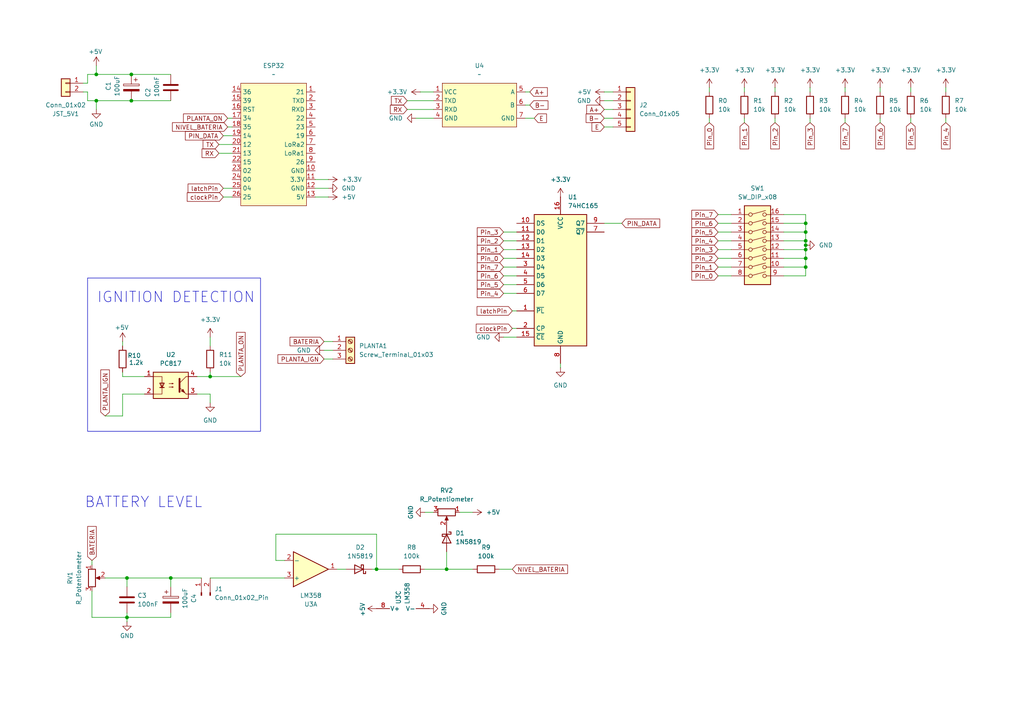
<source format=kicad_sch>
(kicad_sch (version 20250114) (generator "eeschema") (generator_version "9.0")
  (paper "A4")
  (lib_symbols
    (symbol "74xx:74HC165"
      (property "Reference" "U" (at -7.62 19.05 0))
      (property "Value" "74HC165" (at -7.62 -21.59 0))
      (symbol "74HC165_1_0"
        (pin input line (at -12.7 15.24 0) (length 5.08) (name "DS") (number "10"))
        (pin input line (at -12.7 12.7 0) (length 5.08) (name "D0") (number "11"))
        (pin input line (at -12.7 10.16 0) (length 5.08) (name "D1") (number "12"))
        (pin input line (at -12.7 7.62 0) (length 5.08) (name "D2") (number "13"))
        (pin input line (at -12.7 5.08 0) (length 5.08) (name "D3") (number "14"))
        (pin input line (at -12.7 2.54 0) (length 5.08) (name "D4") (number "3"))
        (pin input line (at -12.7 0 0) (length 5.08) (name "D5") (number "4"))
        (pin input line (at -12.7 -2.54 0) (length 5.08) (name "D6") (number "5"))
        (pin input line (at -12.7 -5.08 0) (length 5.08) (name "D7") (number "6"))
        (pin input line (at -12.7 -10.16 0) (length 5.08) (name "~{PL}") (number "1"))
        (pin input line (at -12.7 -15.24 0) (length 5.08) (name "CP") (number "2"))
        (pin input line (at -12.7 -17.78 0) (length 5.08) (name "~{CE}") (number "15"))
        (pin power_in line (at 0 22.86 270) (length 5.08) (name "VCC") (number "16"))
        (pin power_in line (at 0 -25.4 90) (length 5.08) (name "GND") (number "8"))
        (pin output line (at 12.7 15.24 180) (length 5.08) (name "Q7") (number "9"))
        (pin output line (at 12.7 12.7 180) (length 5.08) (name "~{Q7}") (number "7"))
      )
      (symbol "74HC165_1_1"
        (rectangle (start -7.62 17.78) (end 7.62 -20.32) (stroke (width 0.254)) (fill (type background)))
      )
    )
    (symbol "Amplifier_Operational:LM358" (pin_names (offset 0.127))
      (property "Reference" "U" (at 0 5.08 0))
      (property "Value" "LM358" (at 0 -5.08 0))
      (symbol "LM358_1_1"
        (polyline (pts (xy -5.08 5.08) (xy 5.08 0) (xy -5.08 -5.08) (xy -5.08 5.08)) (stroke (width 0.254)) (fill (type background)))
        (pin input line (at -7.62 2.54 0) (length 2.54) (name "+") (number "3"))
        (pin input line (at -7.62 -2.54 0) (length 2.54) (name "-") (number "2"))
        (pin output line (at 7.62 0 180) (length 2.54) (name "~") (number "1"))
      )
      (symbol "LM358_2_1"
        (polyline (pts (xy -5.08 5.08) (xy 5.08 0) (xy -5.08 -5.08) (xy -5.08 5.08)) (stroke (width 0.254)) (fill (type background)))
        (pin input line (at -7.62 2.54 0) (length 2.54) (name "+") (number "5"))
        (pin input line (at -7.62 -2.54 0) (length 2.54) (name "-") (number "6"))
        (pin output line (at 7.62 0 180) (length 2.54) (name "~") (number "7"))
      )
      (symbol "LM358_3_1"
        (pin power_in line (at -2.54 7.62 270) (length 3.81) (name "V+") (number "8"))
        (pin power_in line (at -2.54 -7.62 90) (length 3.81) (name "V-") (number "4"))
      )
    )
    (symbol "Connector:Conn_01x02_Pin" (pin_names (offset 1.016) (hide yes))
      (property "Reference" "J" (at 0 2.54 0))
      (property "Value" "Conn_01x02_Pin" (at 0 -5.08 0))
      (symbol "Conn_01x02_Pin_1_1"
        (rectangle (start 0.8636 0.127) (end 0 -0.127) (stroke (width 0.1524)) (fill (type outline)))
        (rectangle (start 0.8636 -2.413) (end 0 -2.667) (stroke (width 0.1524)) (fill (type outline)))
        (polyline (pts (xy 1.27 0) (xy 0.8636 0)) (stroke (width 0.1524)))
        (polyline (pts (xy 1.27 -2.54) (xy 0.8636 -2.54)) (stroke (width 0.1524)))
        (pin passive line (at 5.08 0 180) (length 3.81) (name "Pin_1") (number "1"))
        (pin passive line (at 5.08 -2.54 180) (length 3.81) (name "Pin_2") (number "2"))
      )
    )
    (symbol "Connector:Screw_Terminal_01x03" (pin_names (offset 1.016) (hide yes))
      (property "Reference" "J" (at 0 5.08 0))
      (property "Value" "Screw_Terminal_01x03" (at 0 -5.08 0))
      (symbol "Screw_Terminal_01x03_1_1"
        (rectangle (start -1.27 3.81) (end 1.27 -3.81) (stroke (width 0.254)) (fill (type background)))
        (polyline (pts (xy -0.5334 2.8702) (xy 0.3302 2.032)) (stroke (width 0.1524)))
        (polyline (pts (xy -0.5334 0.3302) (xy 0.3302 -0.508)) (stroke (width 0.1524)))
        (polyline (pts (xy -0.5334 -2.2098) (xy 0.3302 -3.048)) (stroke (width 0.1524)))
        (polyline (pts (xy -0.3556 3.048) (xy 0.508 2.2098)) (stroke (width 0.1524)))
        (polyline (pts (xy -0.3556 0.508) (xy 0.508 -0.3302)) (stroke (width 0.1524)))
        (polyline (pts (xy -0.3556 -2.032) (xy 0.508 -2.8702)) (stroke (width 0.1524)))
        (circle (center 0 2.54) (radius 0.635) (stroke (width 0.1524)))
        (circle (center 0 0) (radius 0.635) (stroke (width 0.1524)))
        (circle (center 0 -2.54) (radius 0.635) (stroke (width 0.1524)))
        (pin passive line (at -5.08 2.54 0) (length 3.81) (name "Pin_1") (number "1"))
        (pin passive line (at -5.08 0 0) (length 3.81) (name "Pin_2") (number "2"))
        (pin passive line (at -5.08 -2.54 0) (length 3.81) (name "Pin_3") (number "3"))
      )
    )
    (symbol "Connector_Generic:Conn_01x02" (pin_names (offset 1.016) (hide yes))
      (property "Reference" "J" (at 0 2.54 0))
      (property "Value" "Conn_01x02" (at 0 -5.08 0))
      (symbol "Conn_01x02_1_1"
        (rectangle (start -1.27 1.27) (end 1.27 -3.81) (stroke (width 0.254)) (fill (type background)))
        (rectangle (start -1.27 0.127) (end 0 -0.127) (stroke (width 0.1524)))
        (rectangle (start -1.27 -2.413) (end 0 -2.667) (stroke (width 0.1524)))
        (pin passive line (at -5.08 0 0) (length 3.81) (name "Pin_1") (number "1"))
        (pin passive line (at -5.08 -2.54 0) (length 3.81) (name "Pin_2") (number "2"))
      )
    )
    (symbol "Connector_Generic:Conn_01x05" (pin_names (offset 1.016) (hide yes))
      (property "Reference" "J" (at 0 7.62 0))
      (property "Value" "Conn_01x05" (at 0 -7.62 0))
      (symbol "Conn_01x05_1_1"
        (rectangle (start -1.27 6.35) (end 1.27 -6.35) (stroke (width 0.254)) (fill (type background)))
        (rectangle (start -1.27 5.207) (end 0 4.953) (stroke (width 0.1524)))
        (rectangle (start -1.27 2.667) (end 0 2.413) (stroke (width 0.1524)))
        (rectangle (start -1.27 0.127) (end 0 -0.127) (stroke (width 0.1524)))
        (rectangle (start -1.27 -2.413) (end 0 -2.667) (stroke (width 0.1524)))
        (rectangle (start -1.27 -4.953) (end 0 -5.207) (stroke (width 0.1524)))
        (pin passive line (at -5.08 5.08 0) (length 3.81) (name "Pin_1") (number "1"))
        (pin passive line (at -5.08 2.54 0) (length 3.81) (name "Pin_2") (number "2"))
        (pin passive line (at -5.08 0 0) (length 3.81) (name "Pin_3") (number "3"))
        (pin passive line (at -5.08 -2.54 0) (length 3.81) (name "Pin_4") (number "4"))
        (pin passive line (at -5.08 -5.08 0) (length 3.81) (name "Pin_5") (number "5"))
      )
    )
    (symbol "Device:C" (pin_numbers (hide yes)) (pin_names (offset 0.254))
      (property "Reference" "C" (at 0.635 2.54 0))
      (property "Value" "C" (at 0.635 -2.54 0))
      (symbol "C_0_1"
        (polyline (pts (xy -2.032 0.762) (xy 2.032 0.762)) (stroke (width 0.508)))
        (polyline (pts (xy -2.032 -0.762) (xy 2.032 -0.762)) (stroke (width 0.508)))
      )
      (symbol "C_1_1"
        (pin passive line (at 0 3.81 270) (length 2.794) (name "~") (number "1"))
        (pin passive line (at 0 -3.81 90) (length 2.794) (name "~") (number "2"))
      )
    )
    (symbol "Device:C_Polarized" (pin_numbers (hide yes)) (pin_names (offset 0.254))
      (property "Reference" "C" (at 0.635 2.54 0))
      (property "Value" "C_Polarized" (at 0.635 -2.54 0))
      (symbol "C_Polarized_0_1"
        (rectangle (start -2.286 0.508) (end 2.286 1.016))
        (polyline (pts (xy -1.778 2.286) (xy -0.762 2.286)))
        (polyline (pts (xy -1.27 2.794) (xy -1.27 1.778)))
        (rectangle (start 2.286 -0.508) (end -2.286 -1.016) (fill (type outline)))
      )
      (symbol "C_Polarized_1_1"
        (pin passive line (at 0 3.81 270) (length 2.794) (name "~") (number "1"))
        (pin passive line (at 0 -3.81 90) (length 2.794) (name "~") (number "2"))
      )
    )
    (symbol "Device:R" (pin_numbers (hide yes)) (pin_names (offset 0))
      (property "Reference" "R" (at 2.032 0 90))
      (property "Value" "R" (at 0 0 90))
      (symbol "R_0_1"
        (rectangle (start -1.016 -2.54) (end 1.016 2.54) (stroke (width 0.254)))
      )
      (symbol "R_1_1"
        (pin passive line (at 0 3.81 270) (length 1.27) (name "~") (number "1"))
        (pin passive line (at 0 -3.81 90) (length 1.27) (name "~") (number "2"))
      )
    )
    (symbol "Device:R_Potentiometer" (pin_names (offset 1.016) (hide yes))
      (property "Reference" "RV" (at -4.445 0 90))
      (property "Value" "R_Potentiometer" (at -2.54 0 90))
      (symbol "R_Potentiometer_0_1"
        (rectangle (start 1.016 2.54) (end -1.016 -2.54) (stroke (width 0.254)))
        (polyline (pts (xy 1.143 0) (xy 2.286 0.508) (xy 2.286 -0.508) (xy 1.143 0)) (fill (type outline)))
        (polyline (pts (xy 2.54 0) (xy 1.524 0)))
      )
      (symbol "R_Potentiometer_1_1"
        (pin passive line (at 0 3.81 270) (length 1.27) (name "1") (number "1"))
        (pin passive line (at 0 -3.81 90) (length 1.27) (name "3") (number "3"))
        (pin passive line (at 3.81 0 180) (length 1.27) (name "2") (number "2"))
      )
    )
    (symbol "Diode:1N5819" (pin_numbers (hide yes)) (pin_names (offset 1.016) (hide yes))
      (property "Reference" "D" (at 0 2.54 0))
      (property "Value" "1N5819" (at 0 -2.54 0))
      (symbol "1N5819_0_1"
        (polyline (pts (xy -1.905 0.635) (xy -1.905 1.27) (xy -1.27 1.27) (xy -1.27 -1.27) (xy -0.635 -1.27) (xy -0.635 -0.635)) (stroke (width 0.254)))
        (polyline (pts (xy 1.27 1.27) (xy 1.27 -1.27) (xy -1.27 0) (xy 1.27 1.27)) (stroke (width 0.254)))
        (polyline (pts (xy 1.27 0) (xy -1.27 0)))
      )
      (symbol "1N5819_1_1"
        (pin passive line (at -3.81 0 0) (length 2.54) (name "K") (number "1"))
        (pin passive line (at 3.81 0 180) (length 2.54) (name "A") (number "2"))
      )
    )
    (symbol "Isolator:PC817" (pin_names (offset 1.016))
      (property "Reference" "U" (at -5.08 5.08 0))
      (property "Value" "PC817" (at 0 5.08 0))
      (symbol "PC817_0_1"
        (rectangle (start -5.08 3.81) (end 5.08 -3.81) (stroke (width 0.254)) (fill (type background)))
        (polyline (pts (xy -5.08 2.54) (xy -2.54 2.54) (xy -2.54 -0.635)))
        (polyline (pts (xy -3.175 -0.635) (xy -1.905 -0.635)) (stroke (width 0.254)))
        (polyline (pts (xy -2.54 -0.635) (xy -2.54 -2.54) (xy -5.08 -2.54)))
        (polyline (pts (xy -2.54 -0.635) (xy -3.175 0.635) (xy -1.905 0.635) (xy -2.54 -0.635)) (stroke (width 0.254)))
        (polyline (pts (xy -0.508 0.508) (xy 0.762 0.508) (xy 0.381 0.381) (xy 0.381 0.635) (xy 0.762 0.508)))
        (polyline (pts (xy -0.508 -0.508) (xy 0.762 -0.508) (xy 0.381 -0.635) (xy 0.381 -0.381) (xy 0.762 -0.508)))
        (polyline (pts (xy 2.54 1.905) (xy 2.54 -1.905)) (stroke (width 0.508)))
        (polyline (pts (xy 2.54 0.635) (xy 4.445 2.54)))
        (polyline (pts (xy 3.048 -1.651) (xy 3.556 -1.143) (xy 4.064 -2.159) (xy 3.048 -1.651)) (fill (type outline)))
        (polyline (pts (xy 4.445 2.54) (xy 5.08 2.54)))
        (polyline (pts (xy 4.445 -2.54) (xy 2.54 -0.635)) (fill (type outline)))
        (polyline (pts (xy 4.445 -2.54) (xy 5.08 -2.54)))
      )
      (symbol "PC817_1_1"
        (pin passive line (at -7.62 2.54 0) (length 2.54) (name "~") (number "1"))
        (pin passive line (at -7.62 -2.54 0) (length 2.54) (name "~") (number "2"))
        (pin passive line (at 7.62 2.54 180) (length 2.54) (name "~") (number "4"))
        (pin passive line (at 7.62 -2.54 180) (length 2.54) (name "~") (number "3"))
      )
    )
    (symbol "Switch:SW_DIP_x08" (pin_names (offset 0) (hide yes))
      (property "Reference" "SW" (at 0 13.97 0))
      (property "Value" "SW_DIP_x08" (at 0 -11.43 0))
      (symbol "SW_DIP_x08_0_0"
        (circle (center -2.032 10.16) (radius 0.508))
        (circle (center -2.032 7.62) (radius 0.508))
        (circle (center -2.032 5.08) (radius 0.508))
        (circle (center -2.032 2.54) (radius 0.508))
        (circle (center -2.032 0) (radius 0.508))
        (circle (center -2.032 -2.54) (radius 0.508))
        (circle (center -2.032 -5.08) (radius 0.508))
        (circle (center -2.032 -7.62) (radius 0.508))
        (polyline (pts (xy -1.524 10.287) (xy 2.3622 11.3284)))
        (polyline (pts (xy -1.524 7.747) (xy 2.3622 8.7884)))
        (polyline (pts (xy -1.524 5.207) (xy 2.3622 6.2484)))
        (polyline (pts (xy -1.524 2.667) (xy 2.3622 3.7084)))
        (polyline (pts (xy -1.524 0.127) (xy 2.3622 1.1684)))
        (polyline (pts (xy -1.524 -2.3876) (xy 2.3622 -1.3462)))
        (polyline (pts (xy -1.524 -4.9276) (xy 2.3622 -3.8862)))
        (polyline (pts (xy -1.524 -7.4676) (xy 2.3622 -6.4262)))
        (circle (center 2.032 10.16) (radius 0.508))
        (circle (center 2.032 7.62) (radius 0.508))
        (circle (center 2.032 5.08) (radius 0.508))
        (circle (center 2.032 2.54) (radius 0.508))
        (circle (center 2.032 0) (radius 0.508))
        (circle (center 2.032 -2.54) (radius 0.508))
        (circle (center 2.032 -5.08) (radius 0.508))
        (circle (center 2.032 -7.62) (radius 0.508))
      )
      (symbol "SW_DIP_x08_0_1"
        (rectangle (start -3.81 12.7) (end 3.81 -10.16) (stroke (width 0.254)) (fill (type background)))
      )
      (symbol "SW_DIP_x08_1_1"
        (pin passive line (at -7.62 10.16 0) (length 5.08) (name "~") (number "1"))
        (pin passive line (at -7.62 7.62 0) (length 5.08) (name "~") (number "2"))
        (pin passive line (at -7.62 5.08 0) (length 5.08) (name "~") (number "3"))
        (pin passive line (at -7.62 2.54 0) (length 5.08) (name "~") (number "4"))
        (pin passive line (at -7.62 0 0) (length 5.08) (name "~") (number "5"))
        (pin passive line (at -7.62 -2.54 0) (length 5.08) (name "~") (number "6"))
        (pin passive line (at -7.62 -5.08 0) (length 5.08) (name "~") (number "7"))
        (pin passive line (at -7.62 -7.62 0) (length 5.08) (name "~") (number "8"))
        (pin passive line (at 7.62 10.16 180) (length 5.08) (name "~") (number "16"))
        (pin passive line (at 7.62 7.62 180) (length 5.08) (name "~") (number "15"))
        (pin passive line (at 7.62 5.08 180) (length 5.08) (name "~") (number "14"))
        (pin passive line (at 7.62 2.54 180) (length 5.08) (name "~") (number "13"))
        (pin passive line (at 7.62 0 180) (length 5.08) (name "~") (number "12"))
        (pin passive line (at 7.62 -2.54 180) (length 5.08) (name "~") (number "11"))
        (pin passive line (at 7.62 -5.08 180) (length 5.08) (name "~") (number "10"))
        (pin passive line (at 7.62 -7.62 180) (length 5.08) (name "~") (number "9"))
      )
    )
    (symbol "XY-017:XY-017"
      (property "Reference" "U" (at 0 0 0))
      (symbol "XY-017_1_1"
        (rectangle (start -2.54 -2.54) (end 19.05 -15.24) (fill (type background)))
        (pin power_in line (at -5.08 -5.08 0) (length 2.54) (name "VCC") (number "1"))
        (pin input line (at -5.08 -7.62 0) (length 2.54) (name "TXD") (number "2"))
        (pin output line (at -5.08 -10.16 0) (length 2.54) (name "RXD") (number "3"))
        (pin power_out line (at -5.08 -12.7 0) (length 2.54) (name "GND") (number "4"))
        (pin bidirectional line (at 21.59 -5.08 180) (length 2.54) (name "A") (number "5"))
        (pin bidirectional line (at 21.59 -8.89 180) (length 2.54) (name "B") (number "6"))
        (pin output line (at 21.59 -12.7 180) (length 2.54) (name "GND") (number "7"))
      )
    )
    (symbol "holag:ttgo_lora_32_V2.1"
      (property "Reference" "U" (at 0 0 0))
      (symbol "ttgo_lora_32_V2.1_1_1"
        (rectangle (start -17.78 0) (end 1.27 -35.56) (fill (type background)))
        (pin input line (at -20.32 -2.54 0) (length 2.54) (name "36") (number "14"))
        (pin input line (at -20.32 -5.08 0) (length 2.54) (name "39") (number "15"))
        (pin input line (at -20.32 -7.62 0) (length 2.54) (name "RST") (number "16"))
        (pin input line (at -20.32 -10.16 0) (length 2.54) (name "34") (number "17"))
        (pin input line (at -20.32 -12.7 0) (length 2.54) (name "35") (number "18"))
        (pin input line (at -20.32 -15.24 0) (length 2.54) (name "14") (number "19"))
        (pin input line (at -20.32 -17.78 0) (length 2.54) (name "12") (number "20"))
        (pin input line (at -20.32 -20.32 0) (length 2.54) (name "13") (number "21"))
        (pin input line (at -20.32 -22.86 0) (length 2.54) (name "15") (number "22"))
        (pin input line (at -20.32 -25.4 0) (length 2.54) (name "02") (number "23"))
        (pin input line (at -20.32 -27.94 0) (length 2.54) (name "00") (number "24"))
        (pin input line (at -20.32 -30.48 0) (length 2.54) (name "04") (number "25"))
        (pin input line (at -20.32 -33.02 0) (length 2.54) (name "25") (number "26"))
        (pin input line (at 3.81 -2.54 180) (length 2.54) (name "21") (number "1"))
        (pin input line (at 3.81 -5.08 180) (length 2.54) (name "TXD") (number "2"))
        (pin input line (at 3.81 -7.62 180) (length 2.54) (name "RXD") (number "3"))
        (pin input line (at 3.81 -10.16 180) (length 2.54) (name "22") (number "4"))
        (pin input line (at 3.81 -12.7 180) (length 2.54) (name "23") (number "5"))
        (pin input line (at 3.81 -15.24 180) (length 2.54) (name "19") (number "6"))
        (pin input line (at 3.81 -17.78 180) (length 2.54) (name "LoRa2") (number "7"))
        (pin input line (at 3.81 -20.32 180) (length 2.54) (name "LoRa1") (number "8"))
        (pin input line (at 3.81 -22.86 180) (length 2.54) (name "26") (number "9"))
        (pin input line (at 3.81 -25.4 180) (length 2.54) (name "GND") (number "10"))
        (pin input line (at 3.81 -27.94 180) (length 2.54) (name "3.3V") (number "11"))
        (pin input line (at 3.81 -30.48 180) (length 2.54) (name "GND") (number "12"))
        (pin input line (at 3.81 -33.02 180) (length 2.54) (name "5V") (number "13"))
      )
    )
    (symbol "power:+3.3V" (power) (pin_numbers (hide yes)) (pin_names (offset 0) (hide yes))
      (property "Value" "+3.3V" (at 0 3.556 0))
      (symbol "+3.3V_0_1"
        (polyline (pts (xy -0.762 1.27) (xy 0 2.54)))
        (polyline (pts (xy 0 2.54) (xy 0.762 1.27)))
        (polyline (pts (xy 0 0) (xy 0 2.54)))
      )
      (symbol "+3.3V_1_1"
        (pin power_in line (at 0 0 90) (length 0) (name "~") (number "1"))
      )
    )
    (symbol "power:+5V" (power) (pin_numbers (hide yes)) (pin_names (offset 0) (hide yes))
      (property "Value" "+5V" (at 0 3.556 0))
      (symbol "+5V_0_1"
        (polyline (pts (xy -0.762 1.27) (xy 0 2.54)))
        (polyline (pts (xy 0 2.54) (xy 0.762 1.27)))
        (polyline (pts (xy 0 0) (xy 0 2.54)))
      )
      (symbol "+5V_1_1"
        (pin power_in line (at 0 0 90) (length 0) (name "~") (number "1"))
      )
    )
    (symbol "power:GND" (power) (pin_numbers (hide yes)) (pin_names (offset 0) (hide yes))
      (property "Value" "GND" (at 0 -3.81 0))
      (symbol "GND_0_1"
        (polyline (pts (xy 0 0) (xy 0 -1.27) (xy 1.27 -1.27) (xy 0 -2.54) (xy -1.27 -1.27) (xy 0 -1.27)))
      )
      (symbol "GND_1_1"
        (pin power_in line (at 0 0 270) (length 0) (name "~") (number "1"))
      )
    )
  )
  (rectangle (start 25.4 80.645) (end 75.565 125.095))
  (text "BATTERY LEVEL" (at 41.656 145.796 0) (effects (font (size 3.048 3.048))))
  (text "IGNITION DETECTION" (at 51.054 86.36 0) (effects (font (size 3.048 3.048))))
  (junction (at 60.96 109.22))
  (junction (at 233.68 64.77))
  (junction (at 109.22 165.1))
  (junction (at 36.83 179.07))
  (junction (at 233.68 77.47))
  (junction (at 49.53 167.64))
  (junction (at 36.83 167.64))
  (junction (at 233.68 74.93))
  (junction (at 38.1 21.59))
  (junction (at 233.68 72.39))
  (junction (at 233.68 71.12))
  (junction (at 233.68 69.85))
  (junction (at 233.68 67.31))
  (junction (at 27.94 21.59))
  (junction (at 38.1 29.21))
  (junction (at 129.54 165.1))
  (junction (at 27.94 29.21))
  (wire (pts (xy 208.28 62.23) (xy 212.09 62.23)))
  (wire (pts (xy 66.04 34.29) (xy 67.31 34.29)))
  (wire (pts (xy 109.22 165.1) (xy 107.95 165.1)))
  (wire (pts (xy 91.44 52.07) (xy 95.25 52.07)))
  (wire (pts (xy 118.11 31.75) (xy 125.73 31.75)))
  (wire (pts (xy 233.68 64.77) (xy 233.68 67.31)))
  (wire (pts (xy 30.48 167.64) (xy 36.83 167.64)))
  (wire (pts (xy 91.44 54.61) (xy 95.25 54.61)))
  (wire (pts (xy 38.1 29.21) (xy 49.53 29.21)))
  (wire (pts (xy 215.9 35.56) (xy 215.9 34.29)))
  (wire (pts (xy 205.74 25.4) (xy 205.74 26.67)))
  (wire (pts (xy 233.68 74.93) (xy 233.68 72.39)))
  (wire (pts (xy 27.94 19.05) (xy 27.94 21.59)))
  (wire (pts (xy 27.94 21.59) (xy 38.1 21.59)))
  (wire (pts (xy 148.59 165.1) (xy 144.78 165.1)))
  (wire (pts (xy 224.79 25.4) (xy 224.79 26.67)))
  (wire (pts (xy 35.56 120.65) (xy 35.56 114.3)))
  (wire (pts (xy 118.11 29.21) (xy 125.73 29.21)))
  (wire (pts (xy 123.19 148.59) (xy 125.73 148.59)))
  (wire (pts (xy 49.53 177.8) (xy 49.53 179.07)))
  (wire (pts (xy 30.48 120.65) (xy 35.56 120.65)))
  (wire (pts (xy 93.98 99.06) (xy 96.52 99.06)))
  (wire (pts (xy 227.33 69.85) (xy 233.68 69.85)))
  (wire (pts (xy 152.4 34.29) (xy 154.94 34.29)))
  (wire (pts (xy 121.92 26.67) (xy 125.73 26.67)))
  (wire (pts (xy 224.79 35.56) (xy 224.79 34.29)))
  (wire (pts (xy 26.67 171.45) (xy 26.67 179.07)))
  (wire (pts (xy 208.28 72.39) (xy 212.09 72.39)))
  (wire (pts (xy 57.15 114.3) (xy 60.96 114.3)))
  (wire (pts (xy 255.27 25.4) (xy 255.27 26.67)))
  (wire (pts (xy 36.83 167.64) (xy 49.53 167.64)))
  (wire (pts (xy 274.32 35.56) (xy 274.32 34.29)))
  (wire (pts (xy 60.96 116.84) (xy 60.96 114.3)))
  (wire (pts (xy 64.77 39.37) (xy 67.31 39.37)))
  (wire (pts (xy 93.98 104.14) (xy 96.52 104.14)))
  (wire (pts (xy 35.56 99.06) (xy 35.56 100.33)))
  (wire (pts (xy 255.27 35.56) (xy 255.27 34.29)))
  (wire (pts (xy 36.83 170.18) (xy 36.83 167.64)))
  (wire (pts (xy 175.26 64.77) (xy 180.34 64.77)))
  (wire (pts (xy 152.4 30.48) (xy 153.67 30.48)))
  (wire (pts (xy 146.05 67.31) (xy 149.86 67.31)))
  (wire (pts (xy 133.35 148.59) (xy 137.16 148.59)))
  (wire (pts (xy 215.9 25.4) (xy 215.9 26.67)))
  (wire (pts (xy 120.65 34.29) (xy 125.73 34.29)))
  (wire (pts (xy 123.19 165.1) (xy 129.54 165.1)))
  (wire (pts (xy 146.05 77.47) (xy 149.86 77.47)))
  (wire (pts (xy 80.01 162.56) (xy 82.55 162.56)))
  (wire (pts (xy 25.4 21.59) (xy 25.4 24.13)))
  (wire (pts (xy 245.11 25.4) (xy 245.11 26.67)))
  (wire (pts (xy 60.96 107.95) (xy 60.96 109.22)))
  (wire (pts (xy 148.59 90.17) (xy 149.86 90.17)))
  (wire (pts (xy 146.05 80.01) (xy 149.86 80.01)))
  (wire (pts (xy 146.05 69.85) (xy 149.86 69.85)))
  (wire (pts (xy 109.22 165.1) (xy 115.57 165.1)))
  (wire (pts (xy 227.33 77.47) (xy 233.68 77.47)))
  (wire (pts (xy 152.4 26.67) (xy 153.67 26.67)))
  (wire (pts (xy 49.53 179.07) (xy 36.83 179.07)))
  (wire (pts (xy 227.33 80.01) (xy 233.68 80.01)))
  (wire (pts (xy 49.53 167.64) (xy 58.42 167.64)))
  (wire (pts (xy 38.1 21.59) (xy 49.53 21.59)))
  (wire (pts (xy 175.26 34.29) (xy 177.8 34.29)))
  (wire (pts (xy 208.28 69.85) (xy 212.09 69.85)))
  (wire (pts (xy 208.28 67.31) (xy 212.09 67.31)))
  (wire (pts (xy 233.68 69.85) (xy 233.68 71.12)))
  (wire (pts (xy 146.05 82.55) (xy 149.86 82.55)))
  (wire (pts (xy 93.98 101.6) (xy 96.52 101.6)))
  (wire (pts (xy 162.56 105.41) (xy 162.56 106.68)))
  (wire (pts (xy 146.05 85.09) (xy 149.86 85.09)))
  (wire (pts (xy 233.68 77.47) (xy 233.68 74.93)))
  (wire (pts (xy 208.28 64.77) (xy 212.09 64.77)))
  (wire (pts (xy 27.94 29.21) (xy 38.1 29.21)))
  (wire (pts (xy 264.16 35.56) (xy 264.16 34.29)))
  (wire (pts (xy 25.4 29.21) (xy 27.94 29.21)))
  (wire (pts (xy 100.33 165.1) (xy 97.79 165.1)))
  (wire (pts (xy 175.26 26.67) (xy 177.8 26.67)))
  (wire (pts (xy 146.05 74.93) (xy 149.86 74.93)))
  (wire (pts (xy 60.96 97.79) (xy 60.96 100.33)))
  (wire (pts (xy 208.28 80.01) (xy 212.09 80.01)))
  (wire (pts (xy 234.95 35.56) (xy 234.95 34.29)))
  (wire (pts (xy 27.94 31.75) (xy 27.94 29.21)))
  (wire (pts (xy 26.67 179.07) (xy 36.83 179.07)))
  (wire (pts (xy 66.04 36.83) (xy 67.31 36.83)))
  (wire (pts (xy 146.05 72.39) (xy 149.86 72.39)))
  (wire (pts (xy 36.83 177.8) (xy 36.83 179.07)))
  (wire (pts (xy 205.74 35.56) (xy 205.74 34.29)))
  (wire (pts (xy 60.96 167.64) (xy 82.55 167.64)))
  (wire (pts (xy 129.54 165.1) (xy 137.16 165.1)))
  (wire (pts (xy 109.22 154.94) (xy 80.01 154.94)))
  (wire (pts (xy 57.15 109.22) (xy 60.96 109.22)))
  (wire (pts (xy 35.56 109.22) (xy 41.91 109.22)))
  (wire (pts (xy 91.44 57.15) (xy 95.25 57.15)))
  (wire (pts (xy 80.01 154.94) (xy 80.01 162.56)))
  (wire (pts (xy 245.11 35.56) (xy 245.11 34.29)))
  (wire (pts (xy 175.26 31.75) (xy 177.8 31.75)))
  (wire (pts (xy 208.28 77.47) (xy 212.09 77.47)))
  (wire (pts (xy 129.54 160.02) (xy 129.54 165.1)))
  (wire (pts (xy 25.4 26.67) (xy 25.4 29.21)))
  (wire (pts (xy 175.26 36.83) (xy 177.8 36.83)))
  (wire (pts (xy 234.95 25.4) (xy 234.95 26.67)))
  (wire (pts (xy 63.5 44.45) (xy 67.31 44.45)))
  (wire (pts (xy 35.56 107.95) (xy 35.56 109.22)))
  (wire (pts (xy 64.77 54.61) (xy 67.31 54.61)))
  (wire (pts (xy 35.56 114.3) (xy 41.91 114.3)))
  (wire (pts (xy 109.22 165.1) (xy 109.22 154.94)))
  (wire (pts (xy 49.53 170.18) (xy 49.53 167.64)))
  (wire (pts (xy 63.5 41.91) (xy 67.31 41.91)))
  (wire (pts (xy 26.67 162.56) (xy 26.67 163.83)))
  (wire (pts (xy 227.33 72.39) (xy 233.68 72.39)))
  (wire (pts (xy 233.68 72.39) (xy 233.68 71.12)))
  (wire (pts (xy 148.59 95.25) (xy 149.86 95.25)))
  (wire (pts (xy 233.68 62.23) (xy 233.68 64.77)))
  (wire (pts (xy 175.26 29.21) (xy 177.8 29.21)))
  (wire (pts (xy 25.4 26.67) (xy 24.13 26.67)))
  (wire (pts (xy 233.68 67.31) (xy 233.68 69.85)))
  (wire (pts (xy 264.16 25.4) (xy 264.16 26.67)))
  (wire (pts (xy 227.33 74.93) (xy 233.68 74.93)))
  (wire (pts (xy 36.83 179.07) (xy 36.83 180.34)))
  (wire (pts (xy 146.05 97.79) (xy 149.86 97.79)))
  (wire (pts (xy 227.33 62.23) (xy 233.68 62.23)))
  (wire (pts (xy 25.4 24.13) (xy 24.13 24.13)))
  (wire (pts (xy 233.68 80.01) (xy 233.68 77.47)))
  (wire (pts (xy 227.33 67.31) (xy 233.68 67.31)))
  (wire (pts (xy 25.4 21.59) (xy 27.94 21.59)))
  (wire (pts (xy 60.96 109.22) (xy 69.85 109.22)))
  (wire (pts (xy 64.77 57.15) (xy 67.31 57.15)))
  (wire (pts (xy 274.32 25.4) (xy 274.32 26.67)))
  (wire (pts (xy 227.33 64.77) (xy 233.68 64.77)))
  (wire (pts (xy 208.28 74.93) (xy 212.09 74.93)))
  (global_label "clockPin" (shape input) (at 148.59 95.25 180) (property "Intersheetrefs" "${INTERSHEET_REFS}" (effects (hide yes))))
  (global_label "Pin_4" (shape input) (at 208.28 69.85 180) (property "Intersheetrefs" "${INTERSHEET_REFS}" (effects (hide yes))))
  (global_label "latchPin" (shape input) (at 148.59 90.17 180) (property "Intersheetrefs" "${INTERSHEET_REFS}" (effects (hide yes))))
  (global_label "Pin_1" (shape input) (at 146.05 72.39 180) (property "Intersheetrefs" "${INTERSHEET_REFS}" (effects (hide yes))))
  (global_label "Pin_7" (shape input) (at 208.28 62.23 180) (property "Intersheetrefs" "${INTERSHEET_REFS}" (effects (hide yes))))
  (global_label "Pin_4" (shape input) (at 274.32 35.56 270) (property "Intersheetrefs" "${INTERSHEET_REFS}" (effects (hide yes))))
  (global_label "Pin_0" (shape input) (at 205.74 35.56 270) (property "Intersheetrefs" "${INTERSHEET_REFS}" (effects (hide yes))))
  (global_label "Pin_7" (shape input) (at 146.05 77.47 180) (property "Intersheetrefs" "${INTERSHEET_REFS}" (effects (hide yes))))
  (global_label "Pin_2" (shape input) (at 224.79 35.56 270) (property "Intersheetrefs" "${INTERSHEET_REFS}" (effects (hide yes))))
  (global_label "Pin_6" (shape input) (at 146.05 80.01 180) (property "Intersheetrefs" "${INTERSHEET_REFS}" (effects (hide yes))))
  (global_label "PLANTA_ON" (shape input) (at 66.04 34.29 180) (property "Intersheetrefs" "${INTERSHEET_REFS}" (effects (hide yes))))
  (global_label "B-" (shape input) (at 175.26 34.29 180) (property "Intersheetrefs" "${INTERSHEET_REFS}" (effects (hide yes))))
  (global_label "Pin_3" (shape input) (at 146.05 67.31 180) (property "Intersheetrefs" "${INTERSHEET_REFS}" (effects (hide yes))))
  (global_label "PIN_DATA" (shape input) (at 64.77 39.37 180) (property "Intersheetrefs" "${INTERSHEET_REFS}" (effects (hide yes))))
  (global_label "Pin_7" (shape input) (at 245.11 35.56 270) (property "Intersheetrefs" "${INTERSHEET_REFS}" (effects (hide yes))))
  (global_label "Pin_5" (shape input) (at 208.28 67.31 180) (property "Intersheetrefs" "${INTERSHEET_REFS}" (effects (hide yes))))
  (global_label "RX" (shape input) (at 63.5 44.45 180) (property "Intersheetrefs" "${INTERSHEET_REFS}" (effects (hide yes))))
  (global_label "Pin_2" (shape input) (at 208.28 74.93 180) (property "Intersheetrefs" "${INTERSHEET_REFS}" (effects (hide yes))))
  (global_label "RX" (shape input) (at 118.11 31.75 180) (property "Intersheetrefs" "${INTERSHEET_REFS}" (effects (hide yes))))
  (global_label "Pin_0" (shape input) (at 208.28 80.01 180) (property "Intersheetrefs" "${INTERSHEET_REFS}" (effects (hide yes))))
  (global_label "PLANTA_IGN" (shape input) (at 30.48 120.65 90) (property "Intersheetrefs" "${INTERSHEET_REFS}" (effects (hide yes))))
  (global_label "Pin_0" (shape input) (at 146.05 74.93 180) (property "Intersheetrefs" "${INTERSHEET_REFS}" (effects (hide yes))))
  (global_label "latchPin" (shape input) (at 64.77 54.61 180) (property "Intersheetrefs" "${INTERSHEET_REFS}" (effects (hide yes))))
  (global_label "Pin_2" (shape input) (at 146.05 69.85 180) (property "Intersheetrefs" "${INTERSHEET_REFS}" (effects (hide yes))))
  (global_label "A+" (shape input) (at 175.26 31.75 180) (property "Intersheetrefs" "${INTERSHEET_REFS}" (effects (hide yes))))
  (global_label "Pin_3" (shape input) (at 234.95 35.56 270) (property "Intersheetrefs" "${INTERSHEET_REFS}" (effects (hide yes))))
  (global_label "PIN_DATA" (shape input) (at 180.34 64.77 0) (property "Intersheetrefs" "${INTERSHEET_REFS}" (effects (hide yes))))
  (global_label "TX" (shape input) (at 118.11 29.21 180) (property "Intersheetrefs" "${INTERSHEET_REFS}" (effects (hide yes))))
  (global_label "A+" (shape input) (at 153.67 26.67 0) (property "Intersheetrefs" "${INTERSHEET_REFS}" (effects (hide yes))))
  (global_label "NIVEL_BATERIA" (shape input) (at 148.59 165.1 0) (property "Intersheetrefs" "${INTERSHEET_REFS}" (effects (hide yes))))
  (global_label "Pin_4" (shape input) (at 146.05 85.09 180) (property "Intersheetrefs" "${INTERSHEET_REFS}" (effects (hide yes))))
  (global_label "Pin_5" (shape input) (at 146.05 82.55 180) (property "Intersheetrefs" "${INTERSHEET_REFS}" (effects (hide yes))))
  (global_label "NIVEL_BATERIA" (shape input) (at 66.04 36.83 180) (property "Intersheetrefs" "${INTERSHEET_REFS}" (effects (hide yes))))
  (global_label "Pin_3" (shape input) (at 208.28 72.39 180) (property "Intersheetrefs" "${INTERSHEET_REFS}" (effects (hide yes))))
  (global_label "clockPin" (shape input) (at 64.77 57.15 180) (property "Intersheetrefs" "${INTERSHEET_REFS}" (effects (hide yes))))
  (global_label "E" (shape input) (at 175.26 36.83 180) (property "Intersheetrefs" "${INTERSHEET_REFS}" (effects (hide yes))))
  (global_label "PLANTA_ON" (shape input) (at 69.85 109.22 90) (property "Intersheetrefs" "${INTERSHEET_REFS}" (effects (hide yes))))
  (global_label "BATERIA" (shape input) (at 26.67 162.56 90) (property "Intersheetrefs" "${INTERSHEET_REFS}" (effects (hide yes))))
  (global_label "Pin_1" (shape input) (at 215.9 35.56 270) (property "Intersheetrefs" "${INTERSHEET_REFS}" (effects (hide yes))))
  (global_label "B-" (shape input) (at 153.67 30.48 0) (property "Intersheetrefs" "${INTERSHEET_REFS}" (effects (hide yes))))
  (global_label "E" (shape input) (at 154.94 34.29 0) (property "Intersheetrefs" "${INTERSHEET_REFS}" (effects (hide yes))))
  (global_label "Pin_6" (shape input) (at 208.28 64.77 180) (property "Intersheetrefs" "${INTERSHEET_REFS}" (effects (hide yes))))
  (global_label "PLANTA_IGN" (shape input) (at 93.98 104.14 180) (property "Intersheetrefs" "${INTERSHEET_REFS}" (effects (hide yes))))
  (global_label "BATERIA" (shape input) (at 93.98 99.06 180) (property "Intersheetrefs" "${INTERSHEET_REFS}" (effects (hide yes))))
  (global_label "Pin_1" (shape input) (at 208.28 77.47 180) (property "Intersheetrefs" "${INTERSHEET_REFS}" (effects (hide yes))))
  (global_label "Pin_5" (shape input) (at 264.16 35.56 270) (property "Intersheetrefs" "${INTERSHEET_REFS}" (effects (hide yes))))
  (global_label "TX" (shape input) (at 63.5 41.91 180) (property "Intersheetrefs" "${INTERSHEET_REFS}" (effects (hide yes))))
  (global_label "Pin_6" (shape input) (at 255.27 35.56 270) (property "Intersheetrefs" "${INTERSHEET_REFS}" (effects (hide yes))))
  (symbol (lib_id "power:+3.3V") (at 215.9 25.4 0) (unit 1)
    (property "Reference" "#PWR014" (effects (hide yes)))
    (property "Value" "+3.3V" (at 215.9 20.32 0))
    (property "Description" "Power symbol creates a global label with name \"+3.3V\"" (effects (hide yes)))
  )
  (symbol (lib_id "74xx:74HC165") (at 162.56 80.01 0) (unit 1)
    (property "Reference" "U1" (at 164.7033 57.15 0) (effects (justify left)))
    (property "Value" "74HC165" (at 164.7033 59.69 0) (effects (justify left)))
    (property "Footprint" "Package_DIP:DIP-16_W7.62mm" (effects (hide yes)))
    (property "Datasheet" "https://assets.nexperia.com/documents/data-sheet/74HC_HCT165.pdf" (effects (hide yes)))
    (property "Description" "Shift Register, 8-bit, Parallel Load" (effects (hide yes)))
  )
  (symbol (lib_id "power:+3.3V") (at 234.95 25.4 0) (unit 1)
    (property "Reference" "#PWR017" (effects (hide yes)))
    (property "Value" "+3.3V" (at 234.95 20.32 0))
    (property "Description" "Power symbol creates a global label with name \"+3.3V\"" (effects (hide yes)))
  )
  (symbol (lib_id "Device:R") (at 140.97 165.1 90) (unit 1)
    (property "Reference" "R9" (at 140.97 158.75 90))
    (property "Value" "100k" (at 140.97 161.29 90))
    (property "Footprint" "Resistor_THT:R_Axial_DIN0207_L6.3mm_D2.5mm_P7.62mm_Horizontal" (effects (hide yes)))
    (property "Description" "Resistor" (effects (hide yes)))
  )
  (symbol (lib_id "power:GND") (at 123.19 148.59 270) (unit 1)
    (property "Reference" "#PWR026" (effects (hide yes)))
    (property "Value" "GND" (at 119.126 148.59 0))
    (property "Description" "Power symbol creates a global label with name \"GND\" , ground" (effects (hide yes)))
  )
  (symbol (lib_id "power:+3.3V") (at 95.25 52.07 270) (unit 1)
    (property "Reference" "#PWR015" (effects (hide yes)))
    (property "Value" "+3.3V" (at 99.06 52.0699 90) (effects (justify left)))
    (property "Description" "Power symbol creates a global label with name \"+3.3V\"" (effects (hide yes)))
  )
  (symbol (lib_id "XY-017:XY-017") (at 130.81 21.59 0) (unit 1)
    (property "Reference" "U4" (at 139.065 19.05 0))
    (property "Value" "~" (at 139.065 21.59 0))
    (property "Footprint" "xy-017:XY-017" (effects (hide yes)))
  )
  (symbol (lib_id "Device:R") (at 264.16 30.48 0) (unit 1)
    (property "Reference" "R6" (at 266.7 29.2099 0) (effects (justify left)))
    (property "Value" "10k" (at 266.7 31.7499 0) (effects (justify left)))
    (property "Footprint" "Resistor_THT:R_Axial_DIN0207_L6.3mm_D2.5mm_P7.62mm_Horizontal" (effects (hide yes)))
    (property "Description" "Resistor" (effects (hide yes)))
  )
  (symbol (lib_id "power:+5V") (at 95.25 57.15 270) (unit 1)
    (property "Reference" "#PWR03" (effects (hide yes)))
    (property "Value" "+5V" (at 99.06 57.1499 90) (effects (justify left)))
    (property "Description" "Power symbol creates a global label with name \"+5V\"" (effects (hide yes)))
  )
  (symbol (lib_id "Device:R") (at 35.56 104.14 0) (mirror y) (unit 1)
    (property "Reference" "R10" (at 40.894 103.124 0) (effects (justify left)))
    (property "Value" "1.2k" (at 41.656 105.156 0) (effects (justify left)))
    (property "Footprint" "Resistor_THT:R_Axial_DIN0207_L6.3mm_D2.5mm_P7.62mm_Horizontal" (effects (hide yes)))
    (property "Description" "Resistor" (effects (hide yes)))
  )
  (symbol (lib_id "Device:R") (at 224.79 30.48 0) (unit 1)
    (property "Reference" "R2" (at 227.33 29.2099 0) (effects (justify left)))
    (property "Value" "10k" (at 227.33 31.7499 0) (effects (justify left)))
    (property "Footprint" "Resistor_THT:R_Axial_DIN0207_L6.3mm_D2.5mm_P7.62mm_Horizontal" (effects (hide yes)))
    (property "Description" "Resistor" (effects (hide yes)))
  )
  (symbol (lib_id "Device:R_Potentiometer") (at 129.54 148.59 270) (unit 1)
    (property "Reference" "RV2" (at 129.54 142.24 90))
    (property "Value" "R_Potentiometer" (at 129.54 144.78 90))
    (property "Footprint" "Potentiometer_THT:Potentiometer_Bourns_3296W_Vertical" (effects (hide yes)))
    (property "Description" "Potentiometer" (effects (hide yes)))
  )
  (symbol (lib_id "power:GND") (at 233.68 71.12 90) (unit 1)
    (property "Reference" "#PWR022" (effects (hide yes)))
    (property "Value" "GND" (at 237.49 71.1199 90) (effects (justify right)))
    (property "Description" "Power symbol creates a global label with name \"GND\" , ground" (effects (hide yes)))
  )
  (symbol (lib_id "Amplifier_Operational:LM358") (at 116.84 173.99 90) (unit 3)
    (property "Reference" "U3" (at 115.5699 175.26 0) (effects (justify left)))
    (property "Value" "LM358" (at 118.1099 175.26 0) (effects (justify left)))
    (property "Footprint" "Package_DIP:DIP-8_W7.62mm_LongPads" (effects (hide yes)))
    (property "Datasheet" "http://www.ti.com/lit/ds/symlink/lm2904-n.pdf" (effects (hide yes)))
    (property "Description" "Low-Power, Dual Operational Amplifiers, DIP-8/SOIC-8/TO-99-8" (effects (hide yes)))
  )
  (symbol (lib_id "Isolator:PC817") (at 49.53 111.76 0) (unit 1)
    (property "Reference" "U2" (at 49.53 102.87 0))
    (property "Value" "PC817" (at 49.53 105.41 0))
    (property "Footprint" "Package_DIP:DIP-4_W7.62mm_Socket_LongPads" (effects (hide yes)))
    (property "Datasheet" "http://www.soselectronic.cz/a_info/resource/d/pc817.pdf" (effects (hide yes)))
    (property "Description" "DC Optocoupler, Vce 35V, CTR 50-300%, DIP-4" (effects (hide yes)))
  )
  (symbol (lib_id "power:GND") (at 162.56 106.68 0) (unit 1)
    (property "Reference" "#PWR011" (effects (hide yes)))
    (property "Value" "GND" (at 162.56 111.76 0))
    (property "Description" "Power symbol creates a global label with name \"GND\" , ground" (effects (hide yes)))
  )
  (symbol (lib_id "power:+3.3V") (at 205.74 25.4 0) (unit 1)
    (property "Reference" "#PWR013" (effects (hide yes)))
    (property "Value" "+3.3V" (at 205.74 20.32 0))
    (property "Description" "Power symbol creates a global label with name \"+3.3V\"" (effects (hide yes)))
  )
  (symbol (lib_id "Diode:1N5819") (at 104.14 165.1 180) (unit 1)
    (property "Reference" "D2" (at 104.4575 158.75 0))
    (property "Value" "1N5819" (at 104.4575 161.29 0))
    (property "Footprint" "Diode_THT:D_DO-41_SOD81_P10.16mm_Horizontal" (effects (hide yes)))
    (property "Datasheet" "http://www.vishay.com/docs/88525/1n5817.pdf" (effects (hide yes)))
    (property "Description" "40V 1A Schottky Barrier Rectifier Diode, DO-41" (effects (hide yes)))
  )
  (symbol (lib_id "power:+3.3V") (at 274.32 25.4 0) (unit 1)
    (property "Reference" "#PWR021" (effects (hide yes)))
    (property "Value" "+3.3V" (at 274.32 20.32 0))
    (property "Description" "Power symbol creates a global label with name \"+3.3V\"" (effects (hide yes)))
  )
  (symbol (lib_id "power:+5V") (at 109.22 176.53 90) (unit 1)
    (property "Reference" "#PWR023" (effects (hide yes)))
    (property "Value" "+5V" (at 105.156 176.784 0))
    (property "Description" "Power symbol creates a global label with name \"+5V\"" (effects (hide yes)))
  )
  (symbol (lib_id "power:+3.3V") (at 255.27 25.4 0) (unit 1)
    (property "Reference" "#PWR019" (effects (hide yes)))
    (property "Value" "+3.3V" (at 255.27 20.32 0))
    (property "Description" "Power symbol creates a global label with name \"+3.3V\"" (effects (hide yes)))
  )
  (symbol (lib_id "Device:R") (at 119.38 165.1 90) (unit 1)
    (property "Reference" "R8" (at 119.38 158.75 90))
    (property "Value" "100k" (at 119.38 161.29 90))
    (property "Footprint" "Resistor_THT:R_Axial_DIN0207_L6.3mm_D2.5mm_P7.62mm_Horizontal" (effects (hide yes)))
    (property "Description" "Resistor" (effects (hide yes)))
  )
  (symbol (lib_id "power:+3.3V") (at 264.16 25.4 0) (unit 1)
    (property "Reference" "#PWR020" (effects (hide yes)))
    (property "Value" "+3.3V" (at 264.16 20.32 0))
    (property "Description" "Power symbol creates a global label with name \"+3.3V\"" (effects (hide yes)))
  )
  (symbol (lib_id "power:GND") (at 124.46 176.53 90) (unit 1)
    (property "Reference" "#PWR024" (effects (hide yes)))
    (property "Value" "GND" (at 128.778 176.53 0))
    (property "Description" "Power symbol creates a global label with name \"GND\" , ground" (effects (hide yes)))
  )
  (symbol (lib_id "power:+3.3V") (at 245.11 25.4 0) (unit 1)
    (property "Reference" "#PWR018" (effects (hide yes)))
    (property "Value" "+3.3V" (at 245.11 20.32 0))
    (property "Description" "Power symbol creates a global label with name \"+3.3V\"" (effects (hide yes)))
  )
  (symbol (lib_id "Diode:1N5819") (at 129.54 156.21 270) (unit 1)
    (property "Reference" "D1" (at 132.08 154.6224 90) (effects (justify left)))
    (property "Value" "1N5819" (at 132.08 157.1624 90) (effects (justify left)))
    (property "Footprint" "Diode_THT:D_DO-41_SOD81_P10.16mm_Horizontal" (effects (hide yes)))
    (property "Datasheet" "http://www.vishay.com/docs/88525/1n5817.pdf" (effects (hide yes)))
    (property "Description" "40V 1A Schottky Barrier Rectifier Diode, DO-41" (effects (hide yes)))
  )
  (symbol (lib_id "Device:C_Polarized") (at 49.53 173.99 0) (unit 1)
    (property "Reference" "C4" (at 56.2023 173.5638 90))
    (property "Value" "100uF" (at 53.6623 173.5638 90))
    (property "Footprint" "Capacitor_THT:CP_Radial_D6.3mm_P2.50mm" (effects (hide yes)))
    (property "Description" "Polarized capacitor" (effects (hide yes)))
  )
  (symbol (lib_id "Device:R") (at 245.11 30.48 0) (unit 1)
    (property "Reference" "R4" (at 247.65 29.2099 0) (effects (justify left)))
    (property "Value" "10k" (at 247.65 31.7499 0) (effects (justify left)))
    (property "Footprint" "Resistor_THT:R_Axial_DIN0207_L6.3mm_D2.5mm_P7.62mm_Horizontal" (effects (hide yes)))
    (property "Description" "Resistor" (effects (hide yes)))
  )
  (symbol (lib_id "power:GND") (at 60.96 116.84 0) (unit 1)
    (property "Reference" "#PWR027" (effects (hide yes)))
    (property "Value" "GND" (at 60.96 121.92 0))
    (property "Description" "Power symbol creates a global label with name \"GND\" , ground" (effects (hide yes)))
  )
  (symbol (lib_id "Device:R") (at 60.96 104.14 180) (unit 1)
    (property "Reference" "R11" (at 63.5 102.8699 0) (effects (justify right)))
    (property "Value" "10k" (at 63.5 105.4099 0) (effects (justify right)))
    (property "Footprint" "Resistor_THT:R_Axial_DIN0207_L6.3mm_D2.5mm_P7.62mm_Horizontal" (effects (hide yes)))
    (property "Description" "Resistor" (effects (hide yes)))
  )
  (symbol (lib_id "power:+3.3V") (at 121.92 26.67 90) (unit 1)
    (property "Reference" "#PWR05" (effects (hide yes)))
    (property "Value" "+3.3V" (at 118.11 26.6699 90) (effects (justify left)))
    (property "Description" "Power symbol creates a global label with name \"+3.3V\"" (effects (hide yes)))
  )
  (symbol (lib_id "Device:R") (at 215.9 30.48 0) (unit 1)
    (property "Reference" "R1" (at 218.44 29.2099 0) (effects (justify left)))
    (property "Value" "10k" (at 218.44 31.7499 0) (effects (justify left)))
    (property "Footprint" "Resistor_THT:R_Axial_DIN0207_L6.3mm_D2.5mm_P7.62mm_Horizontal" (effects (hide yes)))
    (property "Description" "Resistor" (effects (hide yes)))
  )
  (symbol (lib_id "power:+5V") (at 137.16 148.59 270) (unit 1)
    (property "Reference" "#PWR029" (effects (hide yes)))
    (property "Value" "+5V" (at 140.97 148.5899 90) (effects (justify left)))
    (property "Description" "Power symbol creates a global label with name \"+5V\"" (effects (hide yes)))
  )
  (symbol (lib_id "power:+5V") (at 27.94 19.05 0) (unit 1)
    (property "Reference" "#PWR02" (effects (hide yes)))
    (property "Value" "+5V" (at 27.686 14.986 0))
    (property "Description" "Power symbol creates a global label with name \"+5V\"" (effects (hide yes)))
  )
  (symbol (lib_id "holag:ttgo_lora_32_V2.1") (at 87.63 24.13 0) (unit 1)
    (property "Reference" "ESP32" (at 79.375 19.05 0))
    (property "Value" "~" (at 79.375 21.59 0))
    (property "Footprint" "ttgo_lora32:ttgo_lora32" (effects (hide yes)))
  )
  (symbol (lib_id "power:+3.3V") (at 162.56 57.15 0) (unit 1)
    (property "Reference" "#PWR010" (effects (hide yes)))
    (property "Value" "+3.3V" (at 162.56 52.07 0))
    (property "Description" "Power symbol creates a global label with name \"+3.3V\"" (effects (hide yes)))
  )
  (symbol (lib_id "power:GND") (at 36.83 180.34 0) (unit 1)
    (property "Reference" "#PWR025" (effects (hide yes)))
    (property "Value" "GND" (at 36.83 184.404 0))
    (property "Description" "Power symbol creates a global label with name \"GND\" , ground" (effects (hide yes)))
  )
  (symbol (lib_id "power:+5V") (at 35.56 99.06 0) (unit 1)
    (property "Reference" "#PWR028" (effects (hide yes)))
    (property "Value" "+5V" (at 35.306 94.996 0))
    (property "Description" "Power symbol creates a global label with name \"+5V\"" (effects (hide yes)))
  )
  (symbol (lib_id "Device:R") (at 255.27 30.48 0) (unit 1)
    (property "Reference" "R5" (at 257.81 29.2099 0) (effects (justify left)))
    (property "Value" "10k" (at 257.81 31.7499 0) (effects (justify left)))
    (property "Footprint" "Resistor_THT:R_Axial_DIN0207_L6.3mm_D2.5mm_P7.62mm_Horizontal" (effects (hide yes)))
    (property "Description" "Resistor" (effects (hide yes)))
  )
  (symbol (lib_id "Device:R") (at 234.95 30.48 0) (unit 1)
    (property "Reference" "R3" (at 237.49 29.2099 0) (effects (justify left)))
    (property "Value" "10k" (at 237.49 31.7499 0) (effects (justify left)))
    (property "Footprint" "Resistor_THT:R_Axial_DIN0207_L6.3mm_D2.5mm_P7.62mm_Horizontal" (effects (hide yes)))
    (property "Description" "Resistor" (effects (hide yes)))
  )
  (symbol (lib_id "Connector_Generic:Conn_01x02") (at 19.05 24.13 0) (mirror y) (unit 1)
    (property "Reference" "JST_5V1" (at 19.05 33.02 0))
    (property "Value" "Conn_01x02" (at 19.05 30.48 0))
    (property "Footprint" "Connector_JST:JST_XH_B2B-XH-A_1x02_P2.50mm_Vertical" (effects (hide yes)))
    (property "Description" "Generic connector, single row, 01x02, script generated (kicad-library-utils/schlib/autogen/connector/)" (effects (hide yes)))
  )
  (symbol (lib_id "Device:R_Potentiometer") (at 26.67 167.64 0) (unit 1)
    (property "Reference" "RV1" (at 20.32 167.64 90))
    (property "Value" "R_Potentiometer" (at 22.86 167.64 90))
    (property "Footprint" "Potentiometer_THT:Potentiometer_Bourns_3296W_Vertical" (effects (hide yes)))
    (property "Description" "Potentiometer" (effects (hide yes)))
  )
  (symbol (lib_id "power:GND") (at 93.98 101.6 270) (unit 1)
    (property "Reference" "#PWR07" (effects (hide yes)))
    (property "Value" "GND" (at 90.17 101.5999 90) (effects (justify right)))
    (property "Description" "Power symbol creates a global label with name \"GND\" , ground" (effects (hide yes)))
  )
  (symbol (lib_id "Device:C") (at 36.83 173.99 180) (unit 1)
    (property "Reference" "C3" (at 39.8515 172.7199 0) (effects (justify right)))
    (property "Value" "100nF" (at 39.8515 175.2599 0) (effects (justify right)))
    (property "Footprint" "Capacitor_THT:C_Disc_D3.0mm_W1.6mm_P2.50mm" (effects (hide yes)))
    (property "Description" "Unpolarized capacitor" (effects (hide yes)))
  )
  (symbol (lib_id "power:+3.3V") (at 60.96 97.79 0) (unit 1)
    (property "Reference" "#PWR030" (effects (hide yes)))
    (property "Value" "+3.3V" (at 60.96 92.71 0))
    (property "Description" "Power symbol creates a global label with name \"+3.3V\"" (effects (hide yes)))
  )
  (symbol (lib_id "Connector:Screw_Terminal_01x03") (at 101.6 101.6 0) (unit 1)
    (property "Reference" "PLANTA1" (at 104.14 100.3299 0) (effects (justify left)))
    (property "Value" "Screw_Terminal_01x03" (at 104.14 102.8699 0) (effects (justify left)))
    (property "Footprint" "TerminalBlock_Phoenix:TerminalBlock_Phoenix_MKDS-1,5-3-5.08_1x03_P5.08mm_Horizontal" (effects (hide yes)))
    (property "Description" "Generic screw terminal, single row, 01x03, script generated (kicad-library-utils/schlib/autogen/connector/)" (effects (hide yes)))
  )
  (symbol (lib_id "Device:R") (at 274.32 30.48 0) (unit 1)
    (property "Reference" "R7" (at 276.86 29.2099 0) (effects (justify left)))
    (property "Value" "10k" (at 276.86 31.7499 0) (effects (justify left)))
    (property "Footprint" "Resistor_THT:R_Axial_DIN0207_L6.3mm_D2.5mm_P7.62mm_Horizontal" (effects (hide yes)))
    (property "Description" "Resistor" (effects (hide yes)))
  )
  (symbol (lib_id "Connector:Conn_01x02_Pin") (at 58.42 172.72 90) (unit 1)
    (property "Reference" "J1" (at 62.23 170.8149 90) (effects (justify right)))
    (property "Value" "Conn_01x02_Pin" (at 62.23 173.3549 90) (effects (justify right)))
    (property "Footprint" "Connector_PinSocket_2.54mm:PinSocket_1x02_P2.54mm_Vertical" (effects (hide yes)))
    (property "Description" "Generic connector, single row, 01x02, script generated" (effects (hide yes)))
  )
  (symbol (lib_id "Device:C_Polarized") (at 38.1 25.4 0) (mirror y) (unit 1)
    (property "Reference" "C1" (at 31.4277 24.9738 90))
    (property "Value" "100uF" (at 33.9677 24.9738 90))
    (property "Footprint" "Capacitor_THT:CP_Radial_D6.3mm_P2.50mm" (effects (hide yes)))
    (property "Description" "Polarized capacitor" (effects (hide yes)))
  )
  (symbol (lib_id "Device:R") (at 205.74 30.48 0) (unit 1)
    (property "Reference" "R0" (at 208.28 29.2099 0) (effects (justify left)))
    (property "Value" "10k" (at 208.28 31.7499 0) (effects (justify left)))
    (property "Footprint" "Resistor_THT:R_Axial_DIN0207_L6.3mm_D2.5mm_P7.62mm_Horizontal" (effects (hide yes)))
    (property "Description" "Resistor" (effects (hide yes)))
  )
  (symbol (lib_id "power:GND") (at 120.65 34.29 270) (unit 1)
    (property "Reference" "#PWR06" (effects (hide yes)))
    (property "Value" "GND" (at 116.84 34.2899 90) (effects (justify right)))
    (property "Description" "Power symbol creates a global label with name \"GND\" , ground" (effects (hide yes)))
  )
  (symbol (lib_id "power:+5V") (at 175.26 26.67 90) (unit 1)
    (property "Reference" "#PWR08" (effects (hide yes)))
    (property "Value" "+5V" (at 171.45 26.6699 90) (effects (justify left)))
    (property "Description" "Power symbol creates a global label with name \"+5V\"" (effects (hide yes)))
  )
  (symbol (lib_id "power:GND") (at 95.25 54.61 90) (unit 1)
    (property "Reference" "#PWR04" (effects (hide yes)))
    (property "Value" "GND" (at 99.06 54.6099 90) (effects (justify right)))
    (property "Description" "Power symbol creates a global label with name \"GND\" , ground" (effects (hide yes)))
  )
  (symbol (lib_id "power:GND") (at 175.26 29.21 270) (unit 1)
    (property "Reference" "#PWR09" (effects (hide yes)))
    (property "Value" "GND" (at 171.45 29.2099 90) (effects (justify right)))
    (property "Description" "Power symbol creates a global label with name \"GND\" , ground" (effects (hide yes)))
  )
  (symbol (lib_id "Switch:SW_DIP_x08") (at 219.71 72.39 0) (unit 1)
    (property "Reference" "SW1" (at 219.71 54.61 0))
    (property "Value" "SW_DIP_x08" (at 219.71 57.15 0))
    (property "Footprint" "SW_DS01C-254-S-08BE:SW_DS01C-254-S-08BE" (effects (hide yes)))
    (property "Description" "8x DIP Switch, Single Pole Single Throw (SPST) switch, small symbol" (effects (hide yes)))
  )
  (symbol (lib_id "Device:C") (at 49.53 25.4 0) (unit 1)
    (property "Reference" "C2" (at 42.926 28.194 90) (effects (justify left)))
    (property "Value" "100nF" (at 45.466 28.194 90) (effects (justify left)))
    (property "Footprint" "Capacitor_THT:C_Disc_D3.0mm_W1.6mm_P2.50mm" (effects (hide yes)))
    (property "Description" "Unpolarized capacitor" (effects (hide yes)))
  )
  (symbol (lib_id "Amplifier_Operational:LM358") (at 90.17 165.1 0) (mirror x) (unit 1)
    (property "Reference" "U3" (at 90.17 175.26 0))
    (property "Value" "LM358" (at 90.17 172.72 0))
    (property "Footprint" "Package_DIP:DIP-8_W7.62mm_LongPads" (effects (hide yes)))
    (property "Datasheet" "http://www.ti.com/lit/ds/symlink/lm2904-n.pdf" (effects (hide yes)))
    (property "Description" "Low-Power, Dual Operational Amplifiers, DIP-8/SOIC-8/TO-99-8" (effects (hide yes)))
  )
  (symbol (lib_id "Connector_Generic:Conn_01x05") (at 182.88 31.75 0) (unit 1)
    (property "Reference" "J2" (at 185.42 30.4799 0) (effects (justify left)))
    (property "Value" "Conn_01x05" (at 185.42 33.0199 0) (effects (justify left)))
    (property "Footprint" "Connector_JST:JST_XH_B5B-XH-A_1x05_P2.50mm_Vertical" (effects (hide yes)))
    (property "Description" "Generic connector, single row, 01x05, script generated (kicad-library-utils/schlib/autogen/connector/)" (effects (hide yes)))
  )
  (symbol (lib_id "power:GND") (at 27.94 31.75 0) (unit 1)
    (property "Reference" "#PWR01" (effects (hide yes)))
    (property "Value" "GND" (at 27.94 36.068 0))
    (property "Description" "Power symbol creates a global label with name \"GND\" , ground" (effects (hide yes)))
  )
  (symbol (lib_id "power:+3.3V") (at 224.79 25.4 0) (unit 1)
    (property "Reference" "#PWR016" (effects (hide yes)))
    (property "Value" "+3.3V" (at 224.79 20.32 0))
    (property "Description" "Power symbol creates a global label with name \"+3.3V\"" (effects (hide yes)))
  )
  (symbol (lib_id "power:GND") (at 146.05 97.79 270) (unit 1)
    (property "Reference" "#PWR012" (effects (hide yes)))
    (property "Value" "GND" (at 142.24 97.7899 90) (effects (justify right)))
    (property "Description" "Power symbol creates a global label with name \"GND\" , ground" (effects (hide yes)))
  )
)
</source>
